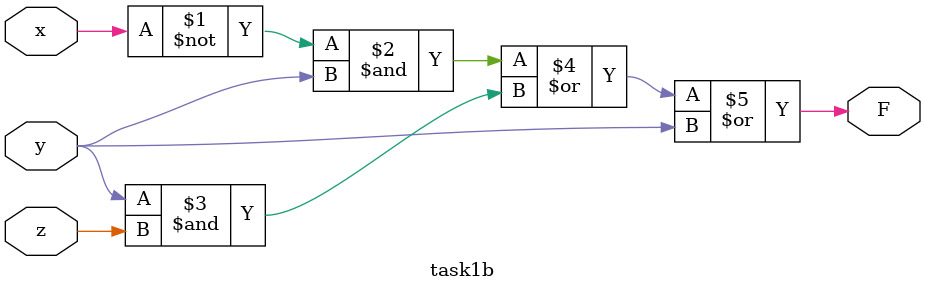
<source format=v>
module task1b (F,x,y,z);
  input x,y,z;
  output F;
  assign F = (~x & y) | (y & z) | y;
endmodule

</source>
